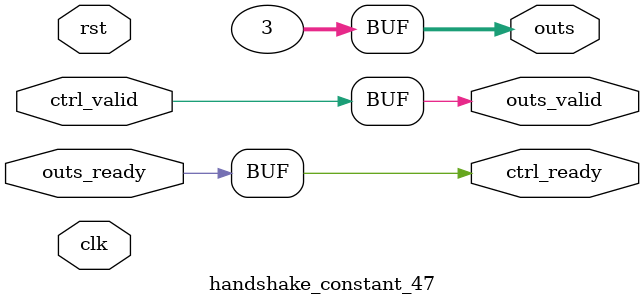
<source format=v>
`timescale 1ns / 1ps
module handshake_constant_47 #(
  parameter DATA_WIDTH = 32  // Default set to 32 bits
) (
  input                       clk,
  input                       rst,
  // Input Channel
  input                       ctrl_valid,
  output                      ctrl_ready,
  // Output Channel
  output [DATA_WIDTH - 1 : 0] outs,
  output                      outs_valid,
  input                       outs_ready
);
  assign outs       = 3'b011;
  assign outs_valid = ctrl_valid;
  assign ctrl_ready = outs_ready;

endmodule

</source>
